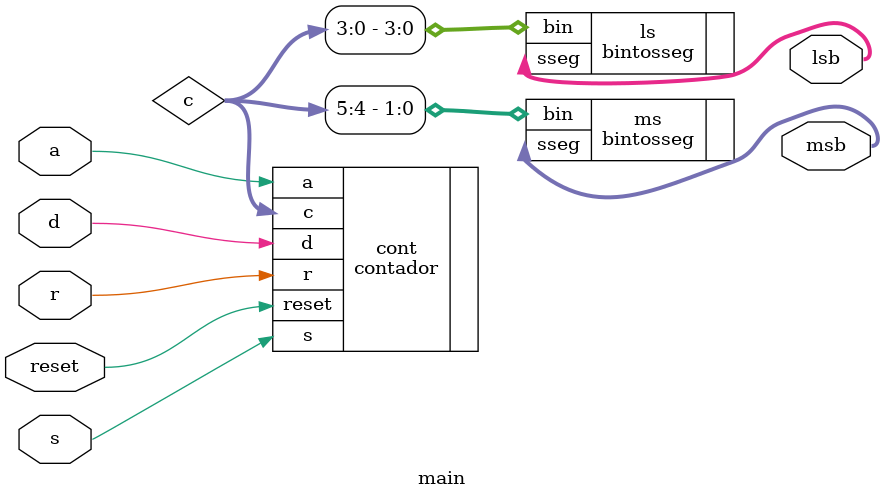
<source format=sv>
module main(input  logic reset,s,r,d,a,
				output logic [6:0] msb,lsb);
				
				logic [5:0] c;
	
	contador #(6) cont(.reset(reset),.s(s),.r(r),.d(d),.a(a),.c(c));
	
	bintosseg ms(.bin(c[5:4]),.sseg(msb));
	
	bintosseg ls(.bin(c[3:0]),.sseg(lsb));
	
endmodule
</source>
